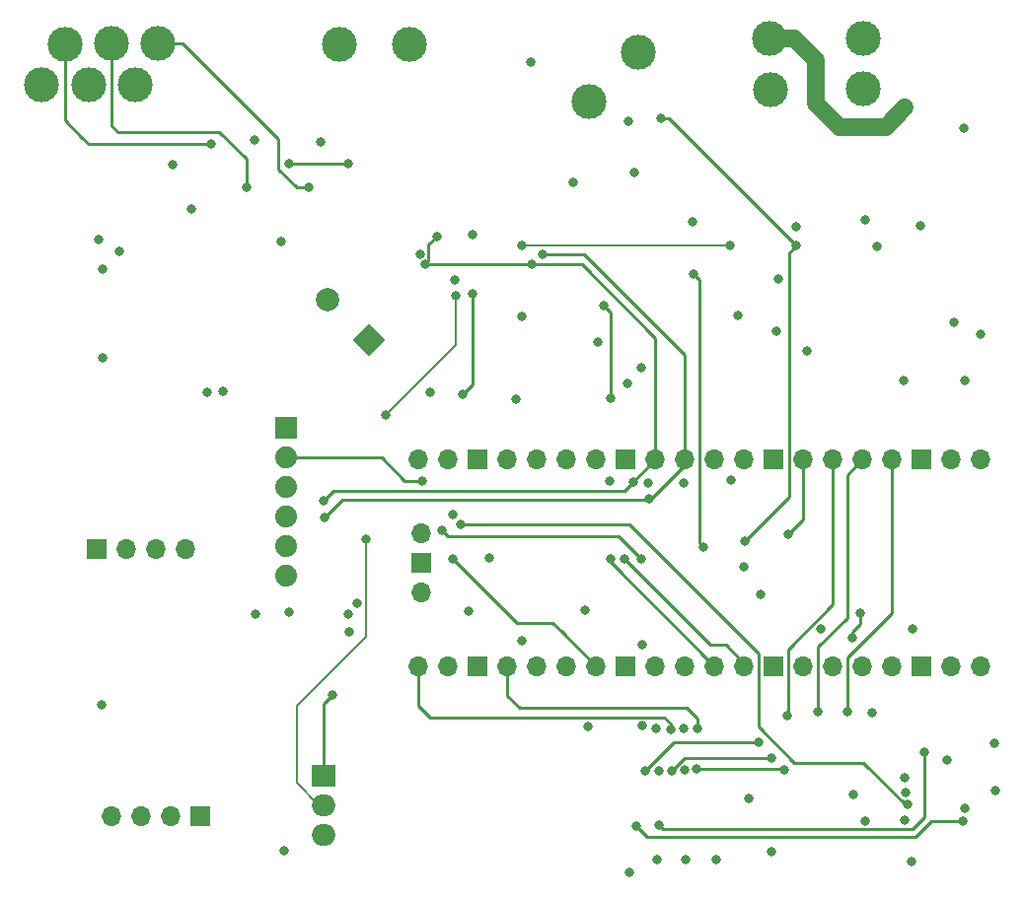
<source format=gbr>
%TF.GenerationSoftware,KiCad,Pcbnew,6.0.11-2627ca5db0~126~ubuntu22.04.1*%
%TF.CreationDate,2023-03-08T14:45:43-05:00*%
%TF.ProjectId,webasto-mainboard,77656261-7374-46f2-9d6d-61696e626f61,2.0*%
%TF.SameCoordinates,Original*%
%TF.FileFunction,Copper,L3,Inr*%
%TF.FilePolarity,Positive*%
%FSLAX46Y46*%
G04 Gerber Fmt 4.6, Leading zero omitted, Abs format (unit mm)*
G04 Created by KiCad (PCBNEW 6.0.11-2627ca5db0~126~ubuntu22.04.1) date 2023-03-08 14:45:43*
%MOMM*%
%LPD*%
G01*
G04 APERTURE LIST*
G04 Aperture macros list*
%AMRotRect*
0 Rectangle, with rotation*
0 The origin of the aperture is its center*
0 $1 length*
0 $2 width*
0 $3 Rotation angle, in degrees counterclockwise*
0 Add horizontal line*
21,1,$1,$2,0,0,$3*%
G04 Aperture macros list end*
%TA.AperFunction,ComponentPad*%
%ADD10C,3.000000*%
%TD*%
%TA.AperFunction,ComponentPad*%
%ADD11R,2.000000X1.905000*%
%TD*%
%TA.AperFunction,ComponentPad*%
%ADD12O,2.000000X1.905000*%
%TD*%
%TA.AperFunction,ComponentPad*%
%ADD13O,1.700000X1.700000*%
%TD*%
%TA.AperFunction,ComponentPad*%
%ADD14R,1.700000X1.700000*%
%TD*%
%TA.AperFunction,ComponentPad*%
%ADD15RotRect,2.000000X2.000000X135.000000*%
%TD*%
%TA.AperFunction,ComponentPad*%
%ADD16C,2.000000*%
%TD*%
%TA.AperFunction,ComponentPad*%
%ADD17R,1.879600X1.879600*%
%TD*%
%TA.AperFunction,ComponentPad*%
%ADD18C,1.879600*%
%TD*%
%TA.AperFunction,ViaPad*%
%ADD19C,0.800000*%
%TD*%
%TA.AperFunction,Conductor*%
%ADD20C,0.250000*%
%TD*%
%TA.AperFunction,Conductor*%
%ADD21C,0.200000*%
%TD*%
%TA.AperFunction,Conductor*%
%ADD22C,1.500000*%
%TD*%
G04 APERTURE END LIST*
D10*
%TO.N,GlowPlug+*%
%TO.C,JX3*%
X155037200Y-56841000D03*
%TO.N,GlowPlug-*%
X150795400Y-61082800D03*
%TD*%
D11*
%TO.N,Net-(Q8-Pad3)*%
%TO.C,U6*%
X127975000Y-118960000D03*
D12*
%TO.N,Kelvin+*%
X127975000Y-121500000D03*
%TO.N,Net-(R25-Pad2)*%
X127975000Y-124040000D03*
%TD*%
D13*
%TO.N,ConsoleTX*%
%TO.C,U2*%
X184430000Y-91810000D03*
%TO.N,ConsoleRX*%
X181890000Y-91810000D03*
D14*
%TO.N,GND*%
X179350000Y-91810000D03*
D13*
%TO.N,FlameLED*%
X176810000Y-91810000D03*
%TO.N,OperatingLED*%
X174270000Y-91810000D03*
%TO.N,PowerLED*%
X171730000Y-91810000D03*
%TO.N,~{CAN_EN_3V}*%
X169190000Y-91810000D03*
D14*
%TO.N,GND*%
X166650000Y-91810000D03*
D13*
%TO.N,~{GlowPlugOutEN3V}*%
X164110000Y-91810000D03*
%TO.N,~{GlowPlugInEN3V}*%
X161570000Y-91810000D03*
%TO.N,SDA*%
X159030000Y-91810000D03*
%TO.N,SCL*%
X156490000Y-91810000D03*
D14*
%TO.N,GND*%
X153950000Y-91810000D03*
D13*
%TO.N,CirculationPump3V*%
X151410000Y-91810000D03*
%TO.N,CombustionFan3V*%
X148870000Y-91810000D03*
%TO.N,GlowPlugOut3V*%
X146330000Y-91810000D03*
%TO.N,FuelPump3V*%
X143790000Y-91810000D03*
D14*
%TO.N,GND*%
X141250000Y-91810000D03*
D13*
%TO.N,CAN_SOF*%
X138710000Y-91810000D03*
%TO.N,ALERT_PWM*%
X136170000Y-91810000D03*
%TO.N,MISO*%
X136170000Y-109590000D03*
%TO.N,~{SPI_SS}*%
X138710000Y-109590000D03*
D14*
%TO.N,GND*%
X141250000Y-109590000D03*
D13*
%TO.N,SCK*%
X143790000Y-109590000D03*
%TO.N,MOSI*%
X146330000Y-109590000D03*
%TO.N,~{CAN_INT}*%
X148870000Y-109590000D03*
%TO.N,EMERGENCY_STOP_3V*%
X151410000Y-109590000D03*
D14*
%TO.N,GND*%
X153950000Y-109590000D03*
D13*
X156490000Y-109590000D03*
%TO.N,unconnected-(U2-Pad30)*%
X159030000Y-109590000D03*
%TO.N,IGNITION_SENSE_3V*%
X161570000Y-109590000D03*
%TO.N,START_RUN_3V*%
X164110000Y-109590000D03*
D14*
%TO.N,GND*%
X166650000Y-109590000D03*
D13*
%TO.N,VSYS_MON*%
X169190000Y-109590000D03*
%TO.N,ADC_VREF*%
X171730000Y-109590000D03*
%TO.N,+3V3*%
X174270000Y-109590000D03*
%TO.N,unconnected-(U2-Pad37)*%
X176810000Y-109590000D03*
D14*
%TO.N,unconnected-(U2-Pad38)*%
X179350000Y-109590000D03*
D13*
%TO.N,VSYS*%
X181890000Y-109590000D03*
%TO.N,/VBUS*%
X184430000Y-109590000D03*
%TO.N,unconnected-(U2-Pad41)*%
X136400000Y-98160000D03*
D14*
%TO.N,GND*%
X136400000Y-100700000D03*
D13*
%TO.N,unconnected-(U2-Pad43)*%
X136400000Y-103240000D03*
%TD*%
D14*
%TO.N,SDA*%
%TO.C,J2*%
X108525000Y-99550000D03*
D13*
%TO.N,SCL*%
X111065000Y-99550000D03*
%TO.N,+3V3*%
X113605000Y-99550000D03*
%TO.N,GND*%
X116145000Y-99550000D03*
%TD*%
D15*
%TO.N,ALERT_PWM*%
%TO.C,BZ1*%
X131900000Y-81600000D03*
D16*
%TO.N,GND*%
X128364466Y-78064466D03*
%TD*%
D10*
%TO.N,CombustionFan*%
%TO.C,JX4*%
X166275000Y-55665200D03*
%TO.N,GND*%
X166351200Y-60034000D03*
%TD*%
%TO.N,+BATT*%
%TO.C,JX2*%
X135346800Y-56125000D03*
%TO.N,GND*%
X129352400Y-56125000D03*
%TD*%
D14*
%TO.N,+5V*%
%TO.C,U5*%
X117382600Y-122467700D03*
D13*
%TO.N,GND*%
X114842600Y-122467700D03*
%TO.N,+12V*%
X112302600Y-122467700D03*
%TO.N,unconnected-(U5-Pad4)*%
X109762600Y-122467700D03*
%TD*%
D10*
%TO.N,START_RUN*%
%TO.C,JX1*%
X113807200Y-56119400D03*
%TO.N,IGNITION_SENSE*%
X109819400Y-56119400D03*
%TO.N,~{EMERGENCY_STOP}*%
X105802400Y-56131600D03*
%TO.N,CAN_HI*%
X111826000Y-59624600D03*
%TO.N,CAN_LO*%
X107812800Y-59624600D03*
%TO.N,FuelPump*%
X103825000Y-59650000D03*
%TD*%
D17*
%TO.N,unconnected-(J1-Pad1)*%
%TO.C,J1*%
X124820000Y-89130000D03*
D18*
%TO.N,ConsoleRX*%
X124820000Y-91670000D03*
%TO.N,ConsoleTX*%
X124820000Y-94210000D03*
%TO.N,+3V3*%
X124820000Y-96750000D03*
%TO.N,unconnected-(J1-Pad5)*%
X124820000Y-99290000D03*
%TO.N,GND*%
X124820000Y-101830000D03*
%TD*%
D10*
%TO.N,CirculationPump*%
%TO.C,JX5*%
X174275000Y-55640200D03*
%TO.N,GND*%
X174351200Y-60009000D03*
%TD*%
D19*
%TO.N,START_RUN_3V*%
X155260000Y-83950000D03*
X155880000Y-93810000D03*
X153860000Y-100370000D03*
%TO.N,IGNITION_SENSE_3V*%
X152660000Y-100330000D03*
X152580000Y-93690000D03*
X154110000Y-85310000D03*
%TO.N,EMERGENCY_STOP_3V*%
X139085000Y-100325000D03*
X139136061Y-96561462D03*
X137150000Y-86030000D03*
X116630000Y-70270000D03*
%TO.N,IGNITION_SENSE_3V*%
X122080000Y-64340000D03*
%TO.N,START_RUN_3V*%
X127720000Y-64540000D03*
%TO.N,START_RUN*%
X126720000Y-68460000D03*
%TO.N,IGNITION_SENSE*%
X121390000Y-68440000D03*
%TO.N,~{EMERGENCY_STOP}*%
X118350000Y-64740000D03*
%TO.N,SCL*%
X137720000Y-72680000D03*
X136720000Y-75090000D03*
%TO.N,+3V3*%
X130130000Y-66430000D03*
X125080000Y-66430000D03*
%TO.N,GND*%
X115020000Y-66490000D03*
X124385000Y-73095000D03*
%TO.N,CAN_SOF*%
X142190000Y-100250000D03*
X145040000Y-107390000D03*
X150660000Y-114720000D03*
%TO.N,~{CAN_INT}*%
X155310000Y-107730000D03*
%TO.N,FlameLED*%
X167530000Y-118500000D03*
%TO.N,OperatingLED*%
X166450000Y-117430000D03*
%TO.N,PowerLED*%
X165300000Y-116100000D03*
%TO.N,~{CAN_EN_3V}*%
X175040000Y-113550000D03*
%TO.N,FlameLED*%
X172970000Y-113460000D03*
%TO.N,OperatingLED*%
X170460000Y-113460000D03*
%TO.N,PowerLED*%
X167770000Y-113830000D03*
%TO.N,~{CAN_EN_3V}*%
X167860000Y-98270000D03*
X173430000Y-120560000D03*
%TO.N,+3V3*%
X165500000Y-103370000D03*
%TO.N,CirculationPump*%
X182118000Y-80010000D03*
%TO.N,+12V*%
X179250000Y-71750000D03*
X125000000Y-104900000D03*
X182916000Y-63328000D03*
X166880000Y-80780000D03*
X145796000Y-57658000D03*
X183000000Y-85000000D03*
X154178000Y-62738000D03*
X168590000Y-71810000D03*
X110490000Y-73914000D03*
X130200000Y-106650000D03*
X184404000Y-81026000D03*
%TO.N,+3V3*%
X139950000Y-86210000D03*
X174525000Y-122850000D03*
X140750000Y-72500000D03*
X162970000Y-93620000D03*
X177897840Y-119179856D03*
X158870000Y-93880000D03*
X140450000Y-104825000D03*
X164110000Y-101030000D03*
X140760000Y-77630000D03*
X150475000Y-104750000D03*
%TO.N,SCL*%
X154562500Y-93762500D03*
X145890000Y-75090000D03*
X127975000Y-95350000D03*
%TO.N,SDA*%
X128050000Y-96825000D03*
X155930000Y-95180000D03*
X136289485Y-74187968D03*
X146770000Y-74210000D03*
%TO.N,+5V*%
X178425000Y-126375000D03*
X185550000Y-116225000D03*
X185625000Y-120300000D03*
%TO.N,ADC_VREF*%
X174075000Y-105050000D03*
X173400000Y-107149500D03*
%TO.N,~{GlowPlugInEN}*%
X160620000Y-99340000D03*
X159740000Y-75870000D03*
X159680000Y-71390000D03*
X130125000Y-105100000D03*
X149400000Y-68020000D03*
%TO.N,~{GlowPlugOutEN}*%
X168550000Y-73450000D03*
X164160000Y-98850000D03*
X156970000Y-62520000D03*
%TO.N,Kelvin+*%
X131625000Y-98650000D03*
X145050000Y-73480000D03*
X139350000Y-77790000D03*
X162860000Y-73430000D03*
X133295000Y-88005000D03*
%TO.N,CirculationPump3V*%
X151500000Y-81750000D03*
X169500000Y-82500000D03*
%TO.N,FuelPump3V*%
X109025000Y-83100000D03*
%TO.N,ConsoleRX*%
X136490000Y-93660000D03*
%TO.N,GND*%
X144526000Y-86614000D03*
X124630000Y-125440000D03*
X154225000Y-127250000D03*
X145034000Y-79502000D03*
X154660000Y-67210000D03*
X166450000Y-125524500D03*
X139250303Y-76381311D03*
X108970000Y-112930000D03*
X122200000Y-105100000D03*
X164490000Y-120900500D03*
X183050000Y-121775000D03*
X163580000Y-79430000D03*
%TO.N,FuelPump*%
X108712000Y-72898000D03*
%TO.N,CombustionFan*%
X177905000Y-61620000D03*
%TO.N,VSYS_MON*%
X170700000Y-106375000D03*
X178575000Y-106375000D03*
%TO.N,Net-(Q2-Pad3)*%
X175500000Y-73500000D03*
%TO.N,Net-(Q2-Pad1)*%
X152070000Y-78630000D03*
X152620000Y-86530000D03*
X174500000Y-71250000D03*
%TO.N,Net-(Q3-Pad3)*%
X177750000Y-85000000D03*
%TO.N,Net-(Q4-Pad3)*%
X109000000Y-75500000D03*
%TO.N,Net-(D1-Pad2)*%
X156625000Y-126175000D03*
%TO.N,Net-(D2-Pad2)*%
X159100000Y-126200000D03*
%TO.N,OperatingLED*%
X157875000Y-118550000D03*
%TO.N,FlameLED*%
X159987701Y-118437701D03*
%TO.N,Net-(D3-Pad2)*%
X161700000Y-126225000D03*
%TO.N,Net-(R25-Pad2)*%
X130900000Y-104200000D03*
%TO.N,RXCAN_3V*%
X179600000Y-117000000D03*
X156787500Y-123237500D03*
%TO.N,RXCAN_5V*%
X181525000Y-117675000D03*
%TO.N,~{CAN_EN_5V}*%
X177850000Y-122800000D03*
%TO.N,PowerLED*%
X155600000Y-118575000D03*
%TO.N,~{CAN_INT}*%
X155310000Y-114699500D03*
X158990181Y-118500619D03*
%TO.N,~{SPI_SS}*%
X156525000Y-114925000D03*
%TO.N,CAN_HI*%
X139810000Y-97430000D03*
X178100000Y-121475000D03*
X119350000Y-85950000D03*
%TO.N,CAN_LO*%
X177925000Y-120425000D03*
X118050000Y-86050000D03*
X138140000Y-97920000D03*
X155280000Y-100360000D03*
%TO.N,MISO*%
X157800000Y-114975000D03*
%TO.N,SCK*%
X160100000Y-114925000D03*
%TO.N,MOSI*%
X158900000Y-114925000D03*
%TO.N,CAN_SOF*%
X156750000Y-118525000D03*
%TO.N,TXCAN*%
X154825000Y-123300000D03*
X182900000Y-122875000D03*
%TO.N,Net-(Q8-Pad3)*%
X128725000Y-112050000D03*
%TO.N,Net-(Q10-Pad1)*%
X167020000Y-76320000D03*
%TD*%
D20*
%TO.N,START_RUN_3V*%
X164110000Y-109590000D02*
X164110000Y-109300000D01*
X164110000Y-109300000D02*
X162530000Y-107720000D01*
X162530000Y-107720000D02*
X161210000Y-107720000D01*
X161210000Y-107720000D02*
X153860000Y-100370000D01*
%TO.N,IGNITION_SENSE_3V*%
X152660000Y-100330000D02*
X152660000Y-100650000D01*
X152660000Y-100650000D02*
X161570000Y-109560000D01*
X161570000Y-109560000D02*
X161570000Y-109590000D01*
%TO.N,EMERGENCY_STOP_3V*%
X139085000Y-100325000D02*
X144620000Y-105860000D01*
X148470000Y-106650000D02*
X151410000Y-109590000D01*
X144620000Y-105860000D02*
X147660000Y-105860000D01*
X147660000Y-105860000D02*
X148450000Y-106650000D01*
X148450000Y-106650000D02*
X148470000Y-106650000D01*
%TO.N,ConsoleRX*%
X136490000Y-93660000D02*
X134960000Y-93660000D01*
X134960000Y-93660000D02*
X132970000Y-91670000D01*
X132970000Y-91670000D02*
X124820000Y-91670000D01*
%TO.N,+3V3*%
X130130000Y-66430000D02*
X125080000Y-66430000D01*
%TO.N,START_RUN*%
X113807200Y-56119400D02*
X115928520Y-56119400D01*
X124110000Y-66890000D02*
X125680000Y-68460000D01*
X125680000Y-68460000D02*
X126720000Y-68460000D01*
X115928520Y-56119400D02*
X124110000Y-64300880D01*
X124110000Y-64300880D02*
X124110000Y-66890000D01*
%TO.N,IGNITION_SENSE*%
X119070000Y-63710000D02*
X121390000Y-66030000D01*
X109819400Y-63179400D02*
X110350000Y-63710000D01*
X121390000Y-66030000D02*
X121390000Y-68440000D01*
X109819400Y-56119400D02*
X109819400Y-63179400D01*
X110350000Y-63710000D02*
X119070000Y-63710000D01*
%TO.N,~{EMERGENCY_STOP}*%
X107290000Y-64170000D02*
X107860000Y-64740000D01*
X105802400Y-56131600D02*
X105802400Y-62682400D01*
X107860000Y-64740000D02*
X118350000Y-64740000D01*
X105802400Y-62682400D02*
X107290000Y-64170000D01*
%TO.N,SCL*%
X137720000Y-72680000D02*
X137014485Y-73385515D01*
X137014485Y-73385515D02*
X137014485Y-74795515D01*
X137014485Y-74795515D02*
X136720000Y-75090000D01*
%TO.N,~{GlowPlugInEN}*%
X160620000Y-99340000D02*
X160300000Y-99020000D01*
X160300000Y-99020000D02*
X160300000Y-76430000D01*
X160300000Y-76430000D02*
X159740000Y-75870000D01*
%TO.N,FlameLED*%
X159987701Y-118437701D02*
X167467701Y-118437701D01*
X167467701Y-118437701D02*
X167530000Y-118500000D01*
%TO.N,OperatingLED*%
X157875000Y-118550000D02*
X158995000Y-117430000D01*
X158995000Y-117430000D02*
X166450000Y-117430000D01*
%TO.N,PowerLED*%
X155600000Y-118575000D02*
X158075000Y-116100000D01*
X158075000Y-116100000D02*
X165300000Y-116100000D01*
%TO.N,ADC_VREF*%
X173400000Y-107149500D02*
X173400000Y-106600000D01*
X173400000Y-106600000D02*
X174090000Y-105910000D01*
X174090000Y-105910000D02*
X174090000Y-105065000D01*
X174090000Y-105065000D02*
X174075000Y-105050000D01*
%TO.N,OperatingLED*%
X174270000Y-91810000D02*
X172950000Y-93130000D01*
X172950000Y-93130000D02*
X172950000Y-105440000D01*
X172950000Y-105440000D02*
X170460000Y-107930000D01*
X170460000Y-107930000D02*
X170460000Y-113460000D01*
%TO.N,FlameLED*%
X176810000Y-91810000D02*
X176810000Y-105000000D01*
X176810000Y-105000000D02*
X172970000Y-108840000D01*
X172970000Y-108840000D02*
X172970000Y-113460000D01*
%TO.N,PowerLED*%
X167860000Y-108170000D02*
X167860000Y-113740000D01*
X167860000Y-113740000D02*
X167770000Y-113830000D01*
X171730000Y-104300000D02*
X167860000Y-108170000D01*
X171730000Y-91810000D02*
X171730000Y-104300000D01*
%TO.N,~{CAN_EN_3V}*%
X169190000Y-96940000D02*
X167860000Y-98270000D01*
X169190000Y-91810000D02*
X169190000Y-96940000D01*
%TO.N,+3V3*%
X140760000Y-85400000D02*
X139950000Y-86210000D01*
X140760000Y-77630000D02*
X140760000Y-85400000D01*
%TO.N,SCL*%
X128825000Y-94500000D02*
X127975000Y-95350000D01*
X156475000Y-91850000D02*
X156475000Y-81385000D01*
X154562500Y-93762500D02*
X153785000Y-94540000D01*
X156475000Y-81385000D02*
X150180000Y-75090000D01*
X154562500Y-93762500D02*
X156475000Y-91850000D01*
X153785000Y-94540000D02*
X136714695Y-94540000D01*
X136674695Y-94500000D02*
X128825000Y-94500000D01*
X150180000Y-75090000D02*
X145890000Y-75090000D01*
X136714695Y-94540000D02*
X136674695Y-94500000D01*
X145890000Y-75090000D02*
X136720000Y-75090000D01*
%TO.N,SDA*%
X155930000Y-95180000D02*
X156130000Y-95180000D01*
X156130000Y-95180000D02*
X159015000Y-92295000D01*
X150360000Y-74210000D02*
X146770000Y-74210000D01*
X159015000Y-92295000D02*
X159015000Y-82865000D01*
X129585000Y-95290000D02*
X128050000Y-96825000D01*
X159015000Y-82865000D02*
X150360000Y-74210000D01*
X155930000Y-95180000D02*
X155820000Y-95290000D01*
X155820000Y-95290000D02*
X129585000Y-95290000D01*
%TO.N,~{GlowPlugOutEN}*%
X167950000Y-74075000D02*
X168550000Y-73475000D01*
X168550000Y-73475000D02*
X168550000Y-73450000D01*
X168550000Y-73425000D02*
X168550000Y-73450000D01*
X157645000Y-62520000D02*
X168550000Y-73425000D01*
X156970000Y-62520000D02*
X157645000Y-62520000D01*
X164160000Y-98850000D02*
X167950000Y-95060000D01*
X167950000Y-95060000D02*
X167950000Y-74075000D01*
D21*
%TO.N,Kelvin+*%
X139350000Y-81950000D02*
X139350000Y-77790000D01*
X131625000Y-107025000D02*
X125675000Y-112975000D01*
X125675000Y-112975000D02*
X125675000Y-119600000D01*
X131625000Y-98650000D02*
X131625000Y-107025000D01*
X125675000Y-119600000D02*
X127575000Y-121500000D01*
X127575000Y-121500000D02*
X127975000Y-121500000D01*
X133295000Y-88005000D02*
X139350000Y-81950000D01*
X145050000Y-73480000D02*
X162810000Y-73480000D01*
X162810000Y-73480000D02*
X162860000Y-73430000D01*
D22*
%TO.N,CombustionFan*%
X172300000Y-63300000D02*
X170250000Y-61250000D01*
X176225000Y-63300000D02*
X172300000Y-63300000D01*
X170250000Y-57500000D02*
X168415200Y-55665200D01*
X170250000Y-61250000D02*
X170250000Y-57500000D01*
X168415200Y-55665200D02*
X166275000Y-55665200D01*
X177905000Y-61620000D02*
X176225000Y-63300000D01*
D20*
%TO.N,Net-(Q2-Pad1)*%
X152620000Y-79180000D02*
X152070000Y-78630000D01*
X152620000Y-86530000D02*
X152620000Y-79180000D01*
%TO.N,FlameLED*%
X160030000Y-118480000D02*
X159987701Y-118437701D01*
%TO.N,RXCAN_3V*%
X179600000Y-122575000D02*
X179600000Y-117000000D01*
X156787500Y-123237500D02*
X157150000Y-123600000D01*
X178575000Y-123600000D02*
X179600000Y-122575000D01*
X157150000Y-123600000D02*
X178575000Y-123600000D01*
%TO.N,PowerLED*%
X155600000Y-118680000D02*
X155600000Y-118575000D01*
%TO.N,CAN_HI*%
X177949695Y-121475000D02*
X174344695Y-117870000D01*
X178100000Y-121475000D02*
X177949695Y-121475000D01*
X165325000Y-114785000D02*
X165325000Y-108475000D01*
X165325000Y-108475000D02*
X154280000Y-97430000D01*
X174344695Y-117870000D02*
X168410000Y-117870000D01*
X154280000Y-97430000D02*
X139810000Y-97430000D01*
X168410000Y-117870000D02*
X165325000Y-114785000D01*
%TO.N,CAN_LO*%
X138660000Y-98440000D02*
X138140000Y-97920000D01*
X153360000Y-98440000D02*
X138660000Y-98440000D01*
X155280000Y-100360000D02*
X153360000Y-98440000D01*
%TO.N,MISO*%
X136170000Y-113020000D02*
X136170000Y-109590000D01*
X157800000Y-114975000D02*
X157800000Y-114525000D01*
X157250000Y-113975000D02*
X137125000Y-113975000D01*
X137125000Y-113975000D02*
X136170000Y-113020000D01*
X157800000Y-114525000D02*
X157250000Y-113975000D01*
%TO.N,SCK*%
X159175000Y-113175000D02*
X144850000Y-113175000D01*
X144850000Y-113175000D02*
X143790000Y-112115000D01*
X160100000Y-114925000D02*
X160100000Y-114100000D01*
X143790000Y-112115000D02*
X143790000Y-109590000D01*
X160100000Y-114100000D02*
X159175000Y-113175000D01*
%TO.N,TXCAN*%
X178800000Y-124250000D02*
X180175000Y-122875000D01*
X155775000Y-124250000D02*
X178800000Y-124250000D01*
X180175000Y-122875000D02*
X182900000Y-122875000D01*
X154825000Y-123300000D02*
X155775000Y-124250000D01*
%TO.N,Net-(Q8-Pad3)*%
X128725000Y-112050000D02*
X127975000Y-112800000D01*
X127975000Y-112800000D02*
X127975000Y-118960000D01*
%TD*%
M02*

</source>
